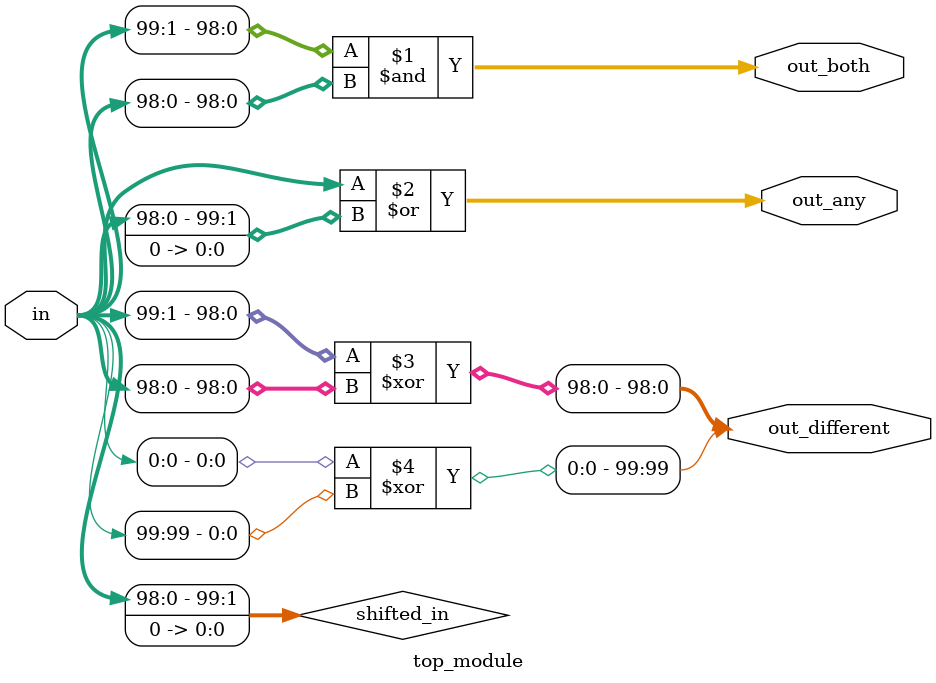
<source format=sv>
module top_module (
    input [99:0] in,
    output [98:0] out_both,
    output [99:0] out_any,
    output [99:0] out_different
);

    wire [99:0] shifted_in = {in[98:0], 1'b0};

    assign out_both = in[99:1] & in[98:0];
    assign out_any = in | shifted_in;
    assign out_different = {in[0] ^ in[99], in[99:1] ^ in[98:0]};

endmodule

</source>
